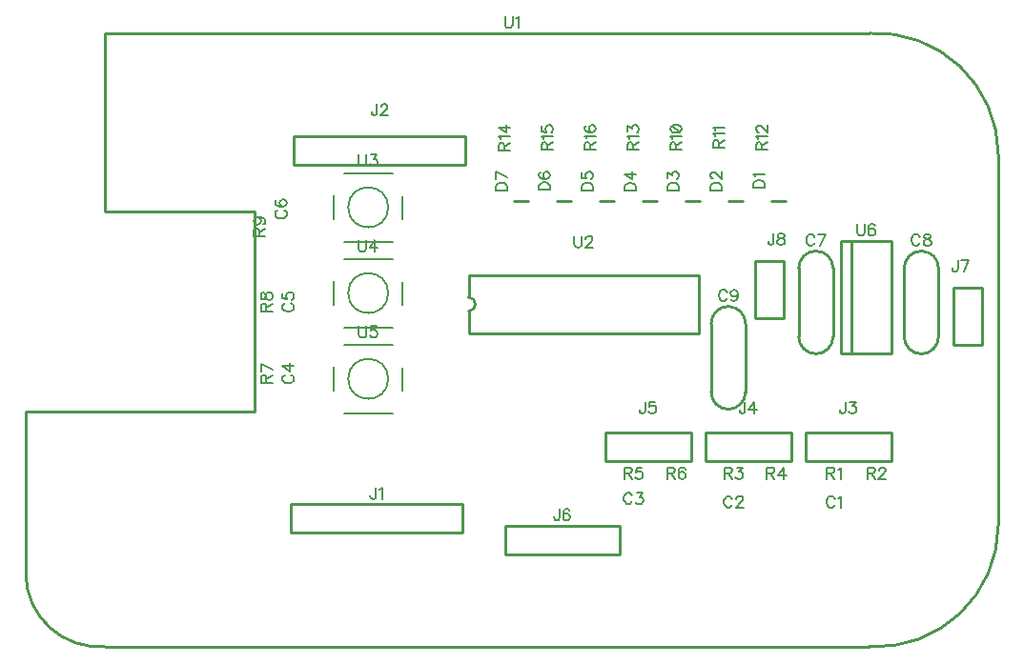
<source format=gbr>
G04 DipTrace 2.4.0.2*
%INTopSilk.gbr*%
%MOIN*%
%ADD10C,0.0098*%
%ADD27C,0.008*%
%ADD55C,0.0062*%
%FSLAX44Y44*%
G04*
G70*
G90*
G75*
G01*
%LNTopSilk*%
%LPD*%
X31913Y17701D2*
D10*
Y15303D1*
X30713Y17701D2*
Y15303D1*
G03X31913Y15303I600J-1D01*
G01*
Y17701D2*
G03X30713Y17701I-600J1D01*
G01*
X34401Y15303D2*
Y17701D1*
X35601Y15303D2*
Y17701D1*
G03X34401Y17701I-600J1D01*
G01*
Y15303D2*
G03X35601Y15303I600J-1D01*
G01*
X30258Y20066D2*
X29747D1*
X28758D2*
X28247D1*
X27258D2*
X26747D1*
X25758D2*
X25247D1*
X24258D2*
X23747D1*
X22758D2*
X22247D1*
X21258D2*
X20747D1*
X18940Y8440D2*
X12940D1*
Y9440D1*
X18940D1*
Y8440D1*
X13065Y22315D2*
X19065D1*
Y21315D1*
X13065D1*
Y22315D1*
X30940Y11940D2*
X33940D1*
Y10940D1*
X30940D1*
Y11940D1*
X27440D2*
X30440D1*
Y10940D1*
X27440D1*
Y11940D1*
X23940D2*
X26940D1*
Y10940D1*
X23940D1*
Y11940D1*
X24440Y7690D2*
X20440D1*
Y8690D1*
X24440D1*
Y7690D1*
X36126Y15002D2*
X37126D1*
Y17002D1*
X36126D1*
Y15002D1*
X37690Y8702D2*
Y21678D1*
X33188Y4458D2*
G03X37690Y8702I229J4267D01*
G01*
X33188Y25921D2*
G02X37690Y21678I229J-4267D01*
G01*
X3690Y12694D2*
X11690D1*
Y19683D1*
X6441D1*
Y25921D1*
Y4458D2*
G02X3690Y6954I-177J2568D01*
G01*
Y12694D1*
X6441Y4458D2*
X33188D1*
Y25921D2*
X6441D1*
X19174Y17464D2*
X27206D1*
Y15416D2*
Y17464D1*
X19174Y15416D2*
X27206D1*
X19174D2*
Y16204D1*
Y17464D2*
Y16676D1*
Y16204D2*
G03X19174Y16676I0J236D01*
G01*
X16510Y21030D2*
D27*
X14810D1*
Y18630D2*
X16510D1*
X16860Y20223D2*
Y19430D1*
X14460Y20235D2*
Y19430D1*
X14960Y19830D2*
G02X14960Y19830I700J0D01*
G01*
X16510Y18030D2*
X14810D1*
Y15630D2*
X16510D1*
X16860Y17223D2*
Y16430D1*
X14460Y17235D2*
Y16430D1*
X14960Y16830D2*
G02X14960Y16830I700J0D01*
G01*
X16510Y15030D2*
X14810D1*
Y12630D2*
X16510D1*
X16860Y14223D2*
Y13430D1*
X14460Y14235D2*
Y13430D1*
X14960Y13830D2*
G02X14960Y13830I700J0D01*
G01*
X32188Y14721D2*
D10*
X33959D1*
Y18658D1*
X32188D1*
Y14721D1*
X32542D2*
Y18658D1*
X30188Y17940D2*
X29188D1*
Y15940D1*
X30188D1*
Y17940D1*
X28850Y15763D2*
Y13366D1*
X27650Y15763D2*
Y13366D1*
G03X28850Y13366I600J-1D01*
G01*
Y15763D2*
G03X27650Y15763I-600J1D01*
G01*
X31974Y9627D2*
D55*
X31955Y9665D1*
X31916Y9704D1*
X31878Y9723D1*
X31802D1*
X31763Y9704D1*
X31725Y9665D1*
X31706Y9627D1*
X31687Y9570D1*
Y9474D1*
X31706Y9417D1*
X31725Y9378D1*
X31763Y9340D1*
X31802Y9321D1*
X31878D1*
X31916Y9340D1*
X31955Y9378D1*
X31974Y9417D1*
X32097Y9646D2*
X32136Y9665D1*
X32193Y9722D1*
Y9321D1*
X28388Y9627D2*
X28369Y9665D1*
X28330Y9704D1*
X28292Y9723D1*
X28216D1*
X28177Y9704D1*
X28139Y9665D1*
X28120Y9627D1*
X28101Y9570D1*
Y9474D1*
X28120Y9417D1*
X28139Y9378D1*
X28177Y9340D1*
X28216Y9321D1*
X28292D1*
X28330Y9340D1*
X28369Y9378D1*
X28388Y9417D1*
X28531Y9627D2*
Y9646D1*
X28550Y9684D1*
X28569Y9703D1*
X28607Y9722D1*
X28684D1*
X28722Y9703D1*
X28741Y9684D1*
X28760Y9646D1*
Y9608D1*
X28741Y9569D1*
X28703Y9512D1*
X28511Y9321D1*
X28779D1*
X24888Y9752D2*
X24869Y9790D1*
X24830Y9829D1*
X24792Y9848D1*
X24716D1*
X24677Y9829D1*
X24639Y9790D1*
X24620Y9752D1*
X24601Y9695D1*
Y9599D1*
X24620Y9542D1*
X24639Y9503D1*
X24677Y9465D1*
X24716Y9446D1*
X24792D1*
X24830Y9465D1*
X24869Y9503D1*
X24888Y9542D1*
X25050Y9847D2*
X25260D1*
X25145Y9694D1*
X25203D1*
X25241Y9675D1*
X25260Y9656D1*
X25279Y9599D1*
Y9561D1*
X25260Y9503D1*
X25222Y9465D1*
X25164Y9446D1*
X25107D1*
X25050Y9465D1*
X25031Y9484D1*
X25011Y9522D1*
X12753Y13963D2*
X12715Y13944D1*
X12676Y13905D1*
X12657Y13867D1*
Y13791D1*
X12676Y13752D1*
X12715Y13714D1*
X12753Y13695D1*
X12810Y13676D1*
X12906D1*
X12963Y13695D1*
X13002Y13714D1*
X13040Y13752D1*
X13059Y13791D1*
Y13867D1*
X13040Y13905D1*
X13002Y13944D1*
X12963Y13963D1*
X13059Y14278D2*
X12658D1*
X12925Y14086D1*
Y14373D1*
X12753Y16472D2*
X12715Y16453D1*
X12676Y16415D1*
X12657Y16377D1*
Y16300D1*
X12676Y16262D1*
X12715Y16224D1*
X12753Y16204D1*
X12810Y16185D1*
X12906D1*
X12963Y16204D1*
X13002Y16224D1*
X13040Y16262D1*
X13059Y16300D1*
Y16377D1*
X13040Y16415D1*
X13002Y16453D1*
X12963Y16472D1*
X12658Y16825D2*
Y16634D1*
X12830Y16615D1*
X12811Y16634D1*
X12791Y16692D1*
Y16749D1*
X12811Y16806D1*
X12849Y16845D1*
X12906Y16864D1*
X12944D1*
X13002Y16845D1*
X13040Y16806D1*
X13059Y16749D1*
Y16692D1*
X13040Y16634D1*
X13021Y16615D1*
X12983Y16596D1*
X12503Y19732D2*
X12465Y19713D1*
X12426Y19675D1*
X12407Y19637D1*
Y19560D1*
X12426Y19522D1*
X12465Y19484D1*
X12503Y19464D1*
X12560Y19445D1*
X12656D1*
X12713Y19464D1*
X12752Y19484D1*
X12790Y19522D1*
X12809Y19560D1*
Y19637D1*
X12790Y19675D1*
X12752Y19713D1*
X12713Y19732D1*
X12465Y20085D2*
X12427Y20066D1*
X12408Y20009D1*
Y19971D1*
X12427Y19913D1*
X12484Y19875D1*
X12580Y19856D1*
X12675D1*
X12752Y19875D1*
X12790Y19913D1*
X12809Y19971D1*
Y19990D1*
X12790Y20047D1*
X12752Y20085D1*
X12694Y20104D1*
X12675D1*
X12618Y20085D1*
X12580Y20047D1*
X12561Y19990D1*
Y19971D1*
X12580Y19913D1*
X12618Y19875D1*
X12675Y19856D1*
X31261Y18792D2*
X31242Y18830D1*
X31203Y18869D1*
X31165Y18888D1*
X31089D1*
X31050Y18869D1*
X31012Y18830D1*
X30993Y18792D1*
X30974Y18735D1*
Y18639D1*
X30993Y18582D1*
X31012Y18543D1*
X31050Y18505D1*
X31089Y18486D1*
X31165D1*
X31203Y18505D1*
X31242Y18543D1*
X31261Y18582D1*
X31461Y18486D2*
X31652Y18887D1*
X31384D1*
X34949Y18793D2*
X34930Y18831D1*
X34891Y18869D1*
X34853Y18888D1*
X34777D1*
X34738Y18869D1*
X34700Y18831D1*
X34681Y18793D1*
X34662Y18735D1*
Y18639D1*
X34681Y18582D1*
X34700Y18544D1*
X34738Y18506D1*
X34777Y18486D1*
X34853D1*
X34891Y18506D1*
X34930Y18544D1*
X34949Y18582D1*
X35168Y18888D2*
X35111Y18869D1*
X35091Y18831D1*
Y18792D1*
X35111Y18754D1*
X35149Y18735D1*
X35225Y18716D1*
X35283Y18697D1*
X35321Y18658D1*
X35340Y18620D1*
Y18563D1*
X35321Y18525D1*
X35302Y18505D1*
X35244Y18486D1*
X35168D1*
X35111Y18505D1*
X35091Y18525D1*
X35072Y18563D1*
Y18620D1*
X35091Y18658D1*
X35130Y18697D1*
X35187Y18716D1*
X35263Y18735D1*
X35302Y18754D1*
X35321Y18792D1*
Y18831D1*
X35302Y18869D1*
X35244Y18888D1*
X35168D1*
X29121Y20511D2*
X29523D1*
Y20645D1*
X29504Y20703D1*
X29466Y20741D1*
X29427Y20760D1*
X29370Y20779D1*
X29274D1*
X29217Y20760D1*
X29179Y20741D1*
X29140Y20703D1*
X29121Y20645D1*
Y20511D1*
X29198Y20903D2*
X29179Y20941D1*
X29122Y20999D1*
X29523D1*
X27621Y20425D2*
X28023D1*
Y20559D1*
X28004Y20617D1*
X27966Y20655D1*
X27927Y20674D1*
X27870Y20693D1*
X27774D1*
X27717Y20674D1*
X27679Y20655D1*
X27640Y20617D1*
X27621Y20559D1*
Y20425D1*
X27717Y20836D2*
X27698D1*
X27660Y20855D1*
X27641Y20874D1*
X27622Y20913D1*
Y20989D1*
X27641Y21027D1*
X27660Y21046D1*
X27698Y21066D1*
X27736D1*
X27775Y21046D1*
X27832Y21008D1*
X28023Y20817D1*
Y21085D1*
X26121Y20425D2*
X26523D1*
Y20559D1*
X26504Y20617D1*
X26466Y20655D1*
X26427Y20674D1*
X26370Y20693D1*
X26274D1*
X26217Y20674D1*
X26179Y20655D1*
X26140Y20617D1*
X26121Y20559D1*
Y20425D1*
X26122Y20855D2*
Y21065D1*
X26275Y20951D1*
Y21008D1*
X26294Y21046D1*
X26313Y21065D1*
X26370Y21085D1*
X26408D1*
X26466Y21065D1*
X26504Y21027D1*
X26523Y20970D1*
Y20912D1*
X26504Y20855D1*
X26485Y20836D1*
X26447Y20817D1*
X24621Y20416D2*
X25023D1*
Y20550D1*
X25004Y20607D1*
X24966Y20646D1*
X24927Y20665D1*
X24870Y20684D1*
X24774D1*
X24717Y20665D1*
X24679Y20646D1*
X24640Y20607D1*
X24621Y20550D1*
Y20416D1*
X25023Y20999D2*
X24622D1*
X24889Y20807D1*
Y21094D1*
X23121Y20425D2*
X23523D1*
Y20559D1*
X23504Y20617D1*
X23466Y20655D1*
X23427Y20674D1*
X23370Y20693D1*
X23274D1*
X23217Y20674D1*
X23179Y20655D1*
X23140Y20617D1*
X23121Y20559D1*
Y20425D1*
X23122Y21046D2*
Y20855D1*
X23294Y20836D1*
X23275Y20855D1*
X23255Y20913D1*
Y20970D1*
X23275Y21027D1*
X23313Y21066D1*
X23370Y21085D1*
X23408D1*
X23466Y21066D1*
X23504Y21027D1*
X23523Y20970D1*
Y20913D1*
X23504Y20855D1*
X23485Y20836D1*
X23447Y20817D1*
X21621Y20435D2*
X22023D1*
Y20569D1*
X22004Y20627D1*
X21966Y20665D1*
X21927Y20684D1*
X21870Y20703D1*
X21774D1*
X21717Y20684D1*
X21679Y20665D1*
X21640Y20627D1*
X21621Y20569D1*
Y20435D1*
X21679Y21056D2*
X21641Y21037D1*
X21622Y20980D1*
Y20942D1*
X21641Y20884D1*
X21698Y20846D1*
X21794Y20827D1*
X21889D1*
X21966Y20846D1*
X22004Y20884D1*
X22023Y20942D1*
Y20961D1*
X22004Y21018D1*
X21966Y21056D1*
X21908Y21075D1*
X21889D1*
X21832Y21056D1*
X21794Y21018D1*
X21775Y20961D1*
Y20942D1*
X21794Y20884D1*
X21832Y20846D1*
X21889Y20827D1*
X20121Y20425D2*
X20523D1*
Y20559D1*
X20504Y20617D1*
X20466Y20655D1*
X20427Y20674D1*
X20370Y20693D1*
X20274D1*
X20217Y20674D1*
X20179Y20655D1*
X20140Y20617D1*
X20121Y20559D1*
Y20425D1*
X20523Y20893D2*
X20122Y21085D1*
Y20817D1*
X15926Y10026D2*
Y9720D1*
X15907Y9662D1*
X15888Y9643D1*
X15850Y9624D1*
X15811D1*
X15773Y9643D1*
X15754Y9662D1*
X15735Y9720D1*
Y9758D1*
X16050Y9949D2*
X16088Y9968D1*
X16145Y10025D1*
Y9624D1*
X15965Y23450D2*
Y23144D1*
X15946Y23087D1*
X15927Y23068D1*
X15889Y23048D1*
X15850D1*
X15812Y23068D1*
X15793Y23087D1*
X15774Y23144D1*
Y23182D1*
X16108Y23354D2*
Y23373D1*
X16127Y23412D1*
X16146Y23431D1*
X16184Y23450D1*
X16261D1*
X16299Y23431D1*
X16318Y23412D1*
X16337Y23373D1*
Y23335D1*
X16318Y23297D1*
X16280Y23240D1*
X16089Y23048D1*
X16356D1*
X32340Y13026D2*
Y12720D1*
X32321Y12662D1*
X32302Y12643D1*
X32264Y12624D1*
X32225D1*
X32187Y12643D1*
X32168Y12662D1*
X32149Y12720D1*
Y12758D1*
X32502Y13025D2*
X32712D1*
X32597Y12872D1*
X32655D1*
X32693Y12853D1*
X32712Y12834D1*
X32731Y12777D1*
Y12739D1*
X32712Y12681D1*
X32674Y12643D1*
X32616Y12624D1*
X32559D1*
X32502Y12643D1*
X32483Y12662D1*
X32464Y12700D1*
X28830Y13026D2*
Y12720D1*
X28811Y12662D1*
X28792Y12643D1*
X28754Y12624D1*
X28716D1*
X28678Y12643D1*
X28658Y12662D1*
X28639Y12720D1*
Y12758D1*
X29145Y12624D2*
Y13025D1*
X28954Y12758D1*
X29241D1*
X25340Y13026D2*
Y12720D1*
X25321Y12662D1*
X25302Y12643D1*
X25264Y12624D1*
X25225D1*
X25187Y12643D1*
X25168Y12662D1*
X25149Y12720D1*
Y12758D1*
X25693Y13025D2*
X25502D1*
X25483Y12853D1*
X25502Y12872D1*
X25559Y12892D1*
X25616D1*
X25674Y12872D1*
X25712Y12834D1*
X25731Y12777D1*
Y12739D1*
X25712Y12681D1*
X25674Y12643D1*
X25616Y12624D1*
X25559D1*
X25502Y12643D1*
X25483Y12662D1*
X25464Y12700D1*
X22350Y9276D2*
Y8970D1*
X22331Y8912D1*
X22311Y8893D1*
X22273Y8874D1*
X22235D1*
X22197Y8893D1*
X22178Y8912D1*
X22158Y8970D1*
Y9008D1*
X22703Y9218D2*
X22684Y9256D1*
X22626Y9275D1*
X22588D1*
X22531Y9256D1*
X22492Y9199D1*
X22473Y9103D1*
Y9008D1*
X22492Y8931D1*
X22531Y8893D1*
X22588Y8874D1*
X22607D1*
X22664Y8893D1*
X22703Y8931D1*
X22722Y8989D1*
Y9008D1*
X22703Y9065D1*
X22664Y9103D1*
X22607Y9122D1*
X22588D1*
X22531Y9103D1*
X22492Y9065D1*
X22473Y9008D1*
X36276Y17982D2*
Y17676D1*
X36257Y17618D1*
X36238Y17599D1*
X36200Y17580D1*
X36161D1*
X36123Y17599D1*
X36104Y17618D1*
X36085Y17676D1*
Y17714D1*
X36476Y17580D2*
X36668Y17981D1*
X36400D1*
X31696Y10531D2*
X31868D1*
X31926Y10551D1*
X31945Y10570D1*
X31964Y10608D1*
Y10646D1*
X31945Y10684D1*
X31926Y10704D1*
X31868Y10723D1*
X31696D1*
Y10321D1*
X31830Y10531D2*
X31964Y10321D1*
X32088Y10646D2*
X32126Y10665D1*
X32184Y10722D1*
Y10321D1*
X33110Y10531D2*
X33282D1*
X33340Y10551D1*
X33359Y10570D1*
X33378Y10608D1*
Y10646D1*
X33359Y10684D1*
X33340Y10704D1*
X33282Y10723D1*
X33110D1*
Y10321D1*
X33244Y10531D2*
X33378Y10321D1*
X33521Y10627D2*
Y10646D1*
X33540Y10684D1*
X33559Y10703D1*
X33598Y10722D1*
X33674D1*
X33712Y10703D1*
X33731Y10684D1*
X33751Y10646D1*
Y10608D1*
X33731Y10569D1*
X33693Y10512D1*
X33502Y10321D1*
X33770D1*
X28110Y10531D2*
X28282D1*
X28340Y10551D1*
X28359Y10570D1*
X28378Y10608D1*
Y10646D1*
X28359Y10684D1*
X28340Y10704D1*
X28282Y10723D1*
X28110D1*
Y10321D1*
X28244Y10531D2*
X28378Y10321D1*
X28540Y10722D2*
X28750D1*
X28636Y10569D1*
X28693D1*
X28731Y10550D1*
X28750Y10531D1*
X28770Y10474D1*
Y10436D1*
X28750Y10378D1*
X28712Y10340D1*
X28655Y10321D1*
X28597D1*
X28540Y10340D1*
X28521Y10359D1*
X28502Y10397D1*
X29601Y10531D2*
X29773D1*
X29830Y10551D1*
X29850Y10570D1*
X29869Y10608D1*
Y10646D1*
X29850Y10684D1*
X29830Y10704D1*
X29773Y10723D1*
X29601D1*
Y10321D1*
X29735Y10531D2*
X29869Y10321D1*
X30184D2*
Y10722D1*
X29992Y10455D1*
X30279D1*
X24610Y10531D2*
X24782D1*
X24840Y10551D1*
X24859Y10570D1*
X24878Y10608D1*
Y10646D1*
X24859Y10684D1*
X24840Y10704D1*
X24782Y10723D1*
X24610D1*
Y10321D1*
X24744Y10531D2*
X24878Y10321D1*
X25231Y10722D2*
X25040D1*
X25021Y10550D1*
X25040Y10569D1*
X25098Y10589D1*
X25155D1*
X25212Y10569D1*
X25251Y10531D1*
X25270Y10474D1*
Y10436D1*
X25251Y10378D1*
X25212Y10340D1*
X25155Y10321D1*
X25098D1*
X25040Y10340D1*
X25021Y10359D1*
X25002Y10397D1*
X26120Y10531D2*
X26292D1*
X26350Y10551D1*
X26369Y10570D1*
X26388Y10608D1*
Y10646D1*
X26369Y10684D1*
X26350Y10704D1*
X26292Y10723D1*
X26120D1*
Y10321D1*
X26254Y10531D2*
X26388Y10321D1*
X26741Y10665D2*
X26722Y10703D1*
X26664Y10722D1*
X26626D1*
X26569Y10703D1*
X26530Y10646D1*
X26511Y10550D1*
Y10455D1*
X26530Y10378D1*
X26569Y10340D1*
X26626Y10321D1*
X26645D1*
X26702Y10340D1*
X26741Y10378D1*
X26760Y10436D1*
Y10455D1*
X26741Y10512D1*
X26702Y10550D1*
X26645Y10569D1*
X26626D1*
X26569Y10550D1*
X26530Y10512D1*
X26511Y10455D1*
X12099Y13695D2*
Y13867D1*
X12079Y13924D1*
X12060Y13944D1*
X12022Y13963D1*
X11984D1*
X11946Y13944D1*
X11926Y13924D1*
X11907Y13867D1*
Y13695D1*
X12309D1*
X12099Y13829D2*
X12309Y13963D1*
Y14163D2*
X11908Y14354D1*
Y14086D1*
X12099Y16195D2*
Y16367D1*
X12079Y16425D1*
X12060Y16444D1*
X12022Y16463D1*
X11984D1*
X11946Y16444D1*
X11926Y16425D1*
X11907Y16367D1*
Y16195D1*
X12309D1*
X12099Y16329D2*
X12309Y16463D1*
X11908Y16682D2*
X11927Y16625D1*
X11965Y16606D1*
X12003D1*
X12041Y16625D1*
X12061Y16663D1*
X12080Y16740D1*
X12099Y16797D1*
X12137Y16835D1*
X12175Y16854D1*
X12233D1*
X12271Y16835D1*
X12290Y16816D1*
X12309Y16759D1*
Y16682D1*
X12290Y16625D1*
X12271Y16606D1*
X12233Y16587D1*
X12175D1*
X12137Y16606D1*
X12099Y16644D1*
X12080Y16701D1*
X12061Y16778D1*
X12041Y16816D1*
X12003Y16835D1*
X11965D1*
X11927Y16816D1*
X11908Y16759D1*
Y16682D1*
X11849Y18829D2*
Y19001D1*
X11829Y19059D1*
X11810Y19078D1*
X11772Y19097D1*
X11734D1*
X11696Y19078D1*
X11676Y19059D1*
X11657Y19001D1*
Y18829D1*
X12059D1*
X11849Y18963D2*
X12059Y19097D1*
X11791Y19470D2*
X11849Y19450D1*
X11887Y19412D1*
X11906Y19355D1*
Y19336D1*
X11887Y19278D1*
X11849Y19240D1*
X11791Y19221D1*
X11772D1*
X11715Y19240D1*
X11677Y19278D1*
X11658Y19336D1*
Y19355D1*
X11677Y19412D1*
X11715Y19450D1*
X11791Y19470D1*
X11887D1*
X11983Y19450D1*
X12040Y19412D1*
X12059Y19355D1*
Y19317D1*
X12040Y19259D1*
X12002Y19240D1*
X26411Y21835D2*
Y22007D1*
X26392Y22065D1*
X26373Y22084D1*
X26335Y22103D1*
X26296D1*
X26258Y22084D1*
X26239Y22065D1*
X26220Y22007D1*
Y21835D1*
X26622D1*
X26411Y21969D2*
X26622Y22103D1*
X26297Y22227D2*
X26277Y22265D1*
X26220Y22323D1*
X26622D1*
X26220Y22561D2*
X26239Y22504D1*
X26297Y22465D1*
X26392Y22446D1*
X26450D1*
X26545Y22465D1*
X26603Y22504D1*
X26622Y22561D1*
Y22599D1*
X26603Y22657D1*
X26545Y22695D1*
X26450Y22714D1*
X26392D1*
X26297Y22695D1*
X26239Y22657D1*
X26220Y22599D1*
Y22561D1*
X26297Y22695D2*
X26545Y22465D1*
X27911Y21921D2*
Y22093D1*
X27892Y22151D1*
X27873Y22170D1*
X27835Y22189D1*
X27796D1*
X27758Y22170D1*
X27739Y22151D1*
X27720Y22093D1*
Y21921D1*
X28122D1*
X27911Y22055D2*
X28122Y22189D1*
X27797Y22313D2*
X27777Y22351D1*
X27720Y22409D1*
X28122D1*
X27797Y22532D2*
X27777Y22571D1*
X27720Y22628D1*
X28122D1*
X29411Y21835D2*
Y22007D1*
X29392Y22065D1*
X29373Y22084D1*
X29335Y22103D1*
X29296D1*
X29258Y22084D1*
X29239Y22065D1*
X29220Y22007D1*
Y21835D1*
X29622D1*
X29411Y21969D2*
X29622Y22103D1*
X29297Y22227D2*
X29277Y22265D1*
X29220Y22323D1*
X29622D1*
X29316Y22466D2*
X29297D1*
X29258Y22485D1*
X29239Y22504D1*
X29220Y22542D1*
Y22619D1*
X29239Y22657D1*
X29258Y22676D1*
X29297Y22695D1*
X29335D1*
X29373Y22676D1*
X29430Y22638D1*
X29622Y22446D1*
Y22714D1*
X24911Y21835D2*
Y22007D1*
X24892Y22065D1*
X24873Y22084D1*
X24835Y22103D1*
X24796D1*
X24758Y22084D1*
X24739Y22065D1*
X24720Y22007D1*
Y21835D1*
X25122D1*
X24911Y21969D2*
X25122Y22103D1*
X24797Y22227D2*
X24777Y22265D1*
X24720Y22323D1*
X25122D1*
X24720Y22485D2*
Y22695D1*
X24873Y22580D1*
Y22638D1*
X24892Y22676D1*
X24911Y22695D1*
X24969Y22714D1*
X25007D1*
X25064Y22695D1*
X25103Y22657D1*
X25122Y22599D1*
Y22542D1*
X25103Y22485D1*
X25083Y22466D1*
X25045Y22446D1*
X20411Y21826D2*
Y21998D1*
X20392Y22055D1*
X20373Y22075D1*
X20335Y22094D1*
X20296D1*
X20258Y22075D1*
X20239Y22055D1*
X20220Y21998D1*
Y21826D1*
X20622D1*
X20411Y21960D2*
X20622Y22094D1*
X20297Y22217D2*
X20277Y22256D1*
X20220Y22313D1*
X20622D1*
Y22628D2*
X20220D1*
X20488Y22437D1*
Y22724D1*
X21911Y21835D2*
Y22007D1*
X21892Y22065D1*
X21873Y22084D1*
X21835Y22103D1*
X21796D1*
X21758Y22084D1*
X21739Y22065D1*
X21720Y22007D1*
Y21835D1*
X22122D1*
X21911Y21969D2*
X22122Y22103D1*
X21797Y22227D2*
X21777Y22265D1*
X21720Y22323D1*
X22122D1*
X21720Y22676D2*
Y22485D1*
X21892Y22466D1*
X21873Y22485D1*
X21854Y22542D1*
Y22599D1*
X21873Y22657D1*
X21911Y22695D1*
X21969Y22714D1*
X22007D1*
X22064Y22695D1*
X22103Y22657D1*
X22122Y22599D1*
Y22542D1*
X22103Y22485D1*
X22083Y22466D1*
X22045Y22446D1*
X23411Y21845D2*
Y22017D1*
X23392Y22074D1*
X23373Y22094D1*
X23335Y22113D1*
X23296D1*
X23258Y22094D1*
X23239Y22074D1*
X23220Y22017D1*
Y21845D1*
X23622D1*
X23411Y21979D2*
X23622Y22113D1*
X23297Y22236D2*
X23277Y22275D1*
X23220Y22332D1*
X23622D1*
X23277Y22685D2*
X23239Y22666D1*
X23220Y22609D1*
Y22571D1*
X23239Y22513D1*
X23297Y22475D1*
X23392Y22456D1*
X23488D1*
X23564Y22475D1*
X23603Y22513D1*
X23622Y22571D1*
Y22590D1*
X23603Y22647D1*
X23564Y22685D1*
X23507Y22704D1*
X23488D1*
X23430Y22685D1*
X23392Y22647D1*
X23373Y22590D1*
Y22571D1*
X23392Y22513D1*
X23430Y22475D1*
X23488Y22456D1*
X20446Y26513D2*
Y26226D1*
X20465Y26169D1*
X20504Y26131D1*
X20561Y26111D1*
X20599D1*
X20657Y26131D1*
X20695Y26169D1*
X20714Y26226D1*
Y26513D1*
X20838Y26436D2*
X20876Y26456D1*
X20934Y26513D1*
Y26111D1*
X22860Y18821D2*
Y18534D1*
X22879Y18477D1*
X22918Y18439D1*
X22975Y18419D1*
X23013D1*
X23071Y18439D1*
X23109Y18477D1*
X23128Y18534D1*
Y18821D1*
X23271Y18725D2*
Y18744D1*
X23290Y18783D1*
X23309Y18802D1*
X23348Y18821D1*
X23424D1*
X23462Y18802D1*
X23481Y18783D1*
X23501Y18744D1*
Y18706D1*
X23481Y18668D1*
X23443Y18611D1*
X23252Y18419D1*
X23520D1*
X15330Y21676D2*
Y21389D1*
X15349Y21331D1*
X15388Y21293D1*
X15445Y21274D1*
X15483D1*
X15541Y21293D1*
X15579Y21331D1*
X15598Y21389D1*
Y21676D1*
X15760Y21675D2*
X15970D1*
X15856Y21522D1*
X15913D1*
X15951Y21503D1*
X15970Y21484D1*
X15990Y21427D1*
Y21389D1*
X15970Y21331D1*
X15932Y21293D1*
X15875Y21274D1*
X15817D1*
X15760Y21293D1*
X15741Y21312D1*
X15722Y21350D1*
X15321Y18676D2*
Y18389D1*
X15340Y18331D1*
X15378Y18293D1*
X15436Y18274D1*
X15474D1*
X15531Y18293D1*
X15570Y18331D1*
X15589Y18389D1*
Y18676D1*
X15904Y18274D2*
Y18675D1*
X15712Y18408D1*
X15999D1*
X15330Y15676D2*
Y15389D1*
X15349Y15331D1*
X15388Y15293D1*
X15445Y15274D1*
X15483D1*
X15541Y15293D1*
X15579Y15331D1*
X15598Y15389D1*
Y15676D1*
X15951Y15675D2*
X15760D1*
X15741Y15503D1*
X15760Y15522D1*
X15818Y15542D1*
X15875D1*
X15932Y15522D1*
X15971Y15484D1*
X15990Y15427D1*
Y15389D1*
X15971Y15331D1*
X15932Y15293D1*
X15875Y15274D1*
X15818D1*
X15760Y15293D1*
X15741Y15312D1*
X15722Y15350D1*
X32754Y19244D2*
Y18957D1*
X32773Y18899D1*
X32811Y18861D1*
X32869Y18842D1*
X32907D1*
X32964Y18861D1*
X33003Y18899D1*
X33022Y18957D1*
Y19244D1*
X33375Y19186D2*
X33356Y19224D1*
X33298Y19243D1*
X33260D1*
X33203Y19224D1*
X33164Y19167D1*
X33145Y19071D1*
Y18976D1*
X33164Y18899D1*
X33203Y18861D1*
X33260Y18842D1*
X33279D1*
X33336Y18861D1*
X33375Y18899D1*
X33394Y18957D1*
Y18976D1*
X33375Y19033D1*
X33336Y19071D1*
X33279Y19090D1*
X33260D1*
X33203Y19071D1*
X33164Y19033D1*
X33145Y18976D1*
X29838Y18919D2*
Y18613D1*
X29819Y18556D1*
X29800Y18537D1*
X29762Y18517D1*
X29723D1*
X29685Y18537D1*
X29666Y18556D1*
X29647Y18613D1*
Y18651D1*
X30057Y18919D2*
X30000Y18900D1*
X29981Y18862D1*
Y18823D1*
X30000Y18785D1*
X30038Y18766D1*
X30115Y18747D1*
X30172Y18728D1*
X30210Y18689D1*
X30229Y18651D1*
Y18594D1*
X30210Y18556D1*
X30191Y18536D1*
X30134Y18517D1*
X30057D1*
X30000Y18536D1*
X29981Y18556D1*
X29962Y18594D1*
Y18651D1*
X29981Y18689D1*
X30019Y18728D1*
X30076Y18747D1*
X30153Y18766D1*
X30191Y18785D1*
X30210Y18823D1*
Y18862D1*
X30191Y18900D1*
X30134Y18919D1*
X30057D1*
X28207Y16855D2*
X28188Y16893D1*
X28150Y16931D1*
X28112Y16950D1*
X28035D1*
X27997Y16931D1*
X27959Y16893D1*
X27940Y16855D1*
X27921Y16797D1*
Y16701D1*
X27940Y16644D1*
X27959Y16606D1*
X27997Y16568D1*
X28035Y16548D1*
X28112D1*
X28150Y16568D1*
X28188Y16606D1*
X28207Y16644D1*
X28580Y16816D2*
X28560Y16759D1*
X28522Y16720D1*
X28465Y16701D1*
X28446D1*
X28388Y16720D1*
X28350Y16759D1*
X28331Y16816D1*
Y16835D1*
X28350Y16893D1*
X28388Y16931D1*
X28446Y16950D1*
X28465D1*
X28522Y16931D1*
X28560Y16893D1*
X28580Y16816D1*
Y16720D1*
X28560Y16625D1*
X28522Y16567D1*
X28465Y16548D1*
X28427D1*
X28369Y16567D1*
X28350Y16606D1*
M02*

</source>
